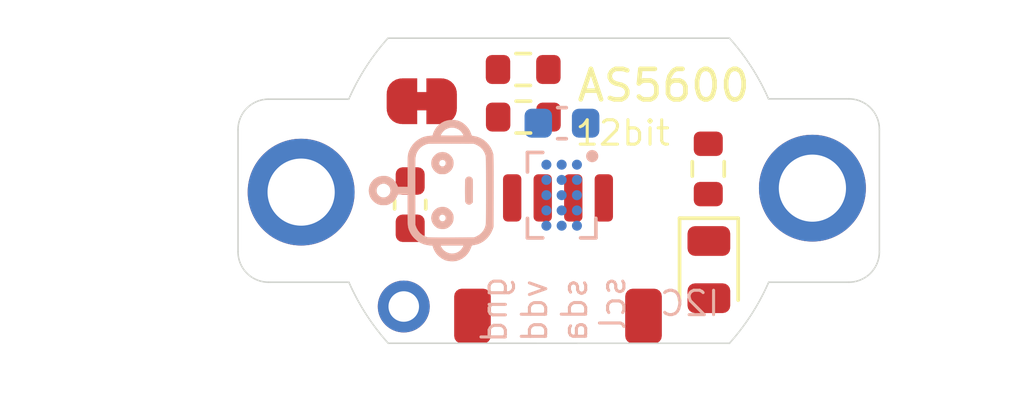
<source format=kicad_pcb>
(kicad_pcb (version 20221018) (generator pcbnew)
  (layers (0 "F.Cu" signal) (31 "B.Cu" signal) (34 "B.Paste" user) (35 "F.Paste" user) (36 "B.SilkS" user "B.Silkscreen") (37 "F.SilkS" user "F.Silkscreen") (38 "B.Mask" user) (39 "F.Mask" user) (44 "Edge.Cuts" user))
  (net 0 "")
  (net 1 "GND")
  (net 2 "/3v3")
  (net 3 "VCC")
  (net 4 "Net-(D1-K)")
  (net 5 "VDD")
  (net 6 "/SDA_A")
  (net 7 "/SCL_A")
  (footprint "Connector_JST:JST_SH_SM04B-SRSS-TB_1x04-1MP_P1.00mm_Horizontal" (layer "F.Cu") (at 117.73 93.61)
    (fp_text reference "J1")
    (fp_text value "JST_SH_SM04B")
    (pad "1" smd roundrect (at -1.5 -2) (size 0.6 1.55) (layers "F.Cu" "F.Paste" "F.Mask") (net 1 "GND"))
    (pad "2" smd roundrect (at -0.5 -2) (size 0.6 1.55) (layers "F.Cu" "F.Paste" "F.Mask") (net 5 "VDD"))
    (pad "3" smd roundrect (at 0.5 -2) (size 0.6 1.55) (layers "F.Cu" "F.Paste" "F.Mask") (net 6 "/SDA_A"))
    (pad "4" smd roundrect (at 1.5 -2) (size 0.6 1.55) (layers "F.Cu" "F.Paste" "F.Mask") (net 7 "/SCL_A"))
    (pad "MP" smd roundrect (at -2.8 1.875) (size 1.2 1.8) (layers "F.Cu" "F.Paste" "F.Mask") (roundrect_rratio 0.208333) (net 1 "GND"))
    (pad "MP" smd roundrect (at 2.8 1.875) (size 1.2 1.8) (layers "F.Cu" "F.Paste" "F.Mask") (roundrect_rratio 0.208333) (net 1 "GND"))
  )
  (footprint "MountingHole:MountingHole_2.2mm_M2_ISO7380_Pad" (layer "F.Cu") (at 126.06 91.29)
    (fp_text reference "H2")
    (fp_text value "MountingHole_Pad")
    (pad "1" thru_hole circle (at 0 0) (size 3.5 3.5) (drill 2.2) (layers "*.Cu" "*.Mask") (net 1 "GND"))
  )
  (footprint "Capacitor_SMD:C_0603_1608Metric" (layer "F.Cu") (at 112.89 91.83 90)
    (fp_text reference "C1")
    (fp_text value "1uF 10V")
    (fp_line (start -0.14058 -0.51) (end 0.14058 -0.51) (stroke (width 0.12)) (layer "F.SilkS"))
    (fp_line (start -0.14058 0.51) (end 0.14058 0.51) (stroke (width 0.12)) (layer "F.SilkS"))
    (pad "1" smd roundrect (at -0.775 0 90) (size 0.9 0.95) (layers "F.Cu" "F.Paste" "F.Mask") (net 1 "GND"))
    (pad "2" smd roundrect (at 0.775 0 90) (size 0.9 0.95) (layers "F.Cu" "F.Paste" "F.Mask") (net 2 "/3v3"))
  )
  (footprint "Connector_PinHeader_2.54mm:PinHeader_1x01_P2.54mm_Vertical" (layer "F.Cu") (at 112.68 95.17)
    (fp_text reference "REF**" hide)
    (fp_text value "PinHeader_1x01_P2.54mm_Vertical")
    (pad "1" thru_hole circle (at 0 0) (size 1.7 1.7) (drill 1) (layers "*.Cu" "*.Mask"))
  )
  (footprint "LED_SMD:LED_0805_2012Metric" (layer "F.Cu") (at 122.67 93.96 -90)
    (fp_text reference "D1")
    (fp_text value "green")
    (fp_line (start -1.685 -0.96) (end -1.685 0.96) (stroke (width 0.12)) (layer "F.SilkS"))
    (fp_line (start -1.685 0.96) (end 1 0.96) (stroke (width 0.12)) (layer "F.SilkS"))
    (fp_line (start 1 -0.96) (end -1.685 -0.96) (stroke (width 0.12)) (layer "F.SilkS"))
    (pad "1" smd roundrect (at -0.9375 0 270) (size 0.975 1.4) (layers "F.Cu" "F.Paste" "F.Mask") (net 4 "Net-(D1-K)"))
    (pad "2" smd roundrect (at 0.9375 0 270) (size 0.975 1.4) (layers "F.Cu" "F.Paste" "F.Mask") (net 3 "VCC"))
  )
  (footprint "Resistor_SMD:R_0603_1608Metric" (layer "F.Cu") (at 122.65 90.66 90)
    (fp_text reference "R3")
    (fp_text value "2k2")
    (fp_line (start -0.237258 -0.5225) (end 0.237258 -0.5225) (stroke (width 0.12)) (layer "F.SilkS"))
    (fp_line (start -0.237258 0.5225) (end 0.237258 0.5225) (stroke (width 0.12)) (layer "F.SilkS"))
    (pad "1" smd roundrect (at -0.825 0 90) (size 0.8 0.95) (layers "F.Cu" "F.Paste" "F.Mask") (net 4 "Net-(D1-K)"))
    (pad "2" smd roundrect (at 0.825 0 90) (size 0.8 0.95) (layers "F.Cu" "F.Paste" "F.Mask") (net 1 "GND"))
  )
  (footprint "Resistor_SMD:R_0603_1608Metric" (layer "F.Cu") (at 116.595 88.96)
    (fp_text reference "R2")
    (fp_text value "2k2")
    (fp_line (start -0.237258 -0.5225) (end 0.237258 -0.5225) (stroke (width 0.12)) (layer "F.SilkS"))
    (fp_line (start -0.237258 0.5225) (end 0.237258 0.5225) (stroke (width 0.12)) (layer "F.SilkS"))
    (pad "1" smd roundrect (at -0.825 0) (size 0.8 0.95) (layers "F.Cu" "F.Paste" "F.Mask") (net 5 "VDD"))
    (pad "2" smd roundrect (at 0.825 0) (size 0.8 0.95) (layers "F.Cu" "F.Paste" "F.Mask") (net 6 "/SDA_A"))
  )
  (footprint "MountingHole:MountingHole_2.2mm_M2_ISO7380_Pad" (layer "F.Cu") (at 109.32 91.42)
    (fp_text reference "H1")
    (fp_text value "MountingHole_Pad")
    (pad "1" thru_hole circle (at 0 0) (size 3.5 3.5) (drill 2.2) (layers "*.Cu" "*.Mask") (net 1 "GND"))
  )
  (footprint "Jumper:SolderJumper-2_P1.3mm_Bridged_RoundedPad1.0x1.5mm" (layer "F.Cu") (at 113.27 88.44)
    (fp_text reference "JP1")
    (fp_text value "SolderJumper_2_Bridged")
    (fp_poly (pts (xy 0.25 -0.3) (xy -0.25 -0.3) (xy -0.25 0.3) (xy 0.25 0.3)) (fill solid) (layer "F.Cu"))
    (pad "1" smd custom (at -0.65 0) (size 1 0.5) (layers "F.Cu" "F.Mask") (net 2 "/3v3") (options (clearance outline) (anchor rect)) (primitives (gr_circle (center 0 0.25) (end 0.5 0.25) (width 0) (fill yes)) (gr_circle (center 0 -0.25) (end 0.5 -0.25) (width 0) (fill yes)) (gr_poly (pts (xy 0.5 0.75) (xy 0 0.75) (xy 0 -0.75) (xy 0.5 -0.75)) (width 0) (fill yes))))
    (pad "2" smd custom (at 0.65 0) (size 1 0.5) (layers "F.Cu" "F.Mask") (net 3 "VCC") (options (clearance outline) (anchor rect)) (primitives (gr_circle (center 0 0.25) (end 0.5 0.25) (width 0) (fill yes)) (gr_circle (center 0 -0.25) (end 0.5 -0.25) (width 0) (fill yes)) (gr_poly (pts (xy 0 0.75) (xy -0.5 0.75) (xy -0.5 -0.75) (xy 0 -0.75)) (width 0) (fill yes))))
  )
  (footprint "Resistor_SMD:R_0603_1608Metric" (layer "F.Cu") (at 116.59 87.4)
    (fp_text reference "R1")
    (fp_text value "2k2")
    (fp_line (start -0.237258 -0.5225) (end 0.237258 -0.5225) (stroke (width 0.12)) (layer "F.SilkS"))
    (fp_line (start -0.237258 0.5225) (end 0.237258 0.5225) (stroke (width 0.12)) (layer "F.SilkS"))
    (pad "1" smd roundrect (at -0.825 0) (size 0.8 0.95) (layers "F.Cu" "F.Paste" "F.Mask") (net 5 "VDD"))
    (pad "2" smd roundrect (at 0.825 0) (size 0.8 0.95) (layers "F.Cu" "F.Paste" "F.Mask") (net 7 "/SCL_A"))
  )
  (footprint "runger:AS5600" (layer "B.Cu") (at 117.85 91.692 180)
    (fp_text reference "U2")
    (fp_text value "AS5600L")
    (fp_line (start -1.12 -1.228) (end -1.12 -0.588) (stroke (width 0.12)) (layer "B.SilkS"))
    (fp_line (start -0.62 -1.228) (end -1.12 -1.228) (stroke (width 0.12)) (layer "B.SilkS"))
    (fp_line (start 0.62 -1.228) (end 1.12 -1.228) (stroke (width 0.12)) (layer "B.SilkS"))
    (fp_line (start 0.62 1.572) (end 1.12 1.572) (stroke (width 0.12)) (layer "B.SilkS"))
    (fp_line (start 1.12 -1.228) (end 1.12 -0.588) (stroke (width 0.12)) (layer "B.SilkS"))
    (fp_line (start 1.12 1.572) (end 1.12 0.932) (stroke (width 0.12)) (layer "B.SilkS"))
    (fp_circle (center -1 1.452) (end -1 1.352) (stroke (width 0.2)) (fill none) (layer "B.SilkS"))
    (pad "A1" smd circle (at -0.5 1.172 180) (size 0.329 0.329) (layers "B.Cu" "B.Paste" "B.Mask") (net 1 "GND"))
    (pad "A2" smd circle (at 0 1.172 180) (size 0.329 0.329) (layers "B.Cu" "B.Paste" "B.Mask") (net 1 "GND"))
    (pad "A3" smd circle (at 0.5 1.172 180) (size 0.329 0.329) (layers "B.Cu" "B.Paste" "B.Mask") (net 3 "VCC"))
    (pad "B1" smd circle (at -0.5 0.672 180) (size 0.329 0.329) (layers "B.Cu" "B.Paste" "B.Mask") (net 7 "/SCL_A"))
    (pad "B2" smd circle (at 0 0.672 180) (size 0.329 0.329) (layers "B.Cu" "B.Paste" "B.Mask"))
    (pad "B3" smd circle (at 0.5 0.672 180) (size 0.329 0.329) (layers "B.Cu" "B.Paste" "B.Mask"))
    (pad "C1" smd circle (at -0.5 0.172 180) (size 0.329 0.329) (layers "B.Cu" "B.Paste" "B.Mask") (net 1 "GND"))
    (pad "C2" smd circle (at 0 0.172 180) (size 0.329 0.329) (layers "B.Cu" "B.Paste" "B.Mask"))
    (pad "C3" smd circle (at 0.5 0.172 180) (size 0.329 0.329) (layers "B.Cu" "B.Paste" "B.Mask") (net 2 "/3v3"))
    (pad "D1" smd circle (at -0.5 -0.328 180) (size 0.329 0.329) (layers "B.Cu" "B.Paste" "B.Mask") (net 6 "/SDA_A"))
    (pad "D2" smd circle (at 0 -0.328 180) (size 0.329 0.329) (layers "B.Cu" "B.Paste" "B.Mask"))
    (pad "D3" smd circle (at 0.5 -0.328 180) (size 0.329 0.329) (layers "B.Cu" "B.Paste" "B.Mask"))
    (pad "E1" smd circle (at -0.5 -0.828 180) (size 0.329 0.329) (layers "B.Cu" "B.Paste" "B.Mask") (net 3 "VCC"))
    (pad "E2" smd circle (at 0 -0.828 180) (size 0.329 0.329) (layers "B.Cu" "B.Paste" "B.Mask") (net 1 "GND"))
    (pad "E3" smd circle (at 0.5 -0.828 180) (size 0.329 0.329) (layers "B.Cu" "B.Paste" "B.Mask") (net 1 "GND"))
  )
  (footprint "runger:Robo_logo2" (layer "B.Cu") (at 113.58 91.37 -90)
    (fp_text reference "L1" hide)
    (fp_text value "Robo_Logo" hide)
    (fp_poly (pts (xy 0.109648 -1.108074) (xy 0.181977 -1.108995) (xy 0.246828 -1.110394) (xy 0.301111 -1.112273) (xy 0.34174 -1.11463) (xy 0.365625 -1.117466) (xy 0.367646 -1.117953) (xy 0.411414 -1.139753) (xy 0.441917 -1.175255) (xy 0.456393 -1.220837) (xy 0.4572 -1.235368) (xy 0.454299 -1.267576) (xy 0.442839 -1.293313) (xy 0.42243 -1.318409) (xy 0.38766 -1.35636) (xy 0.01349 -1.358862) (xy -0.086109 -1.359423) (xy -0.167411 -1.359599) (xy -0.232438 -1.359326) (xy -0.283212 -1.35854) (xy -0.321753 -1.357174) (xy -0.350083 -1.355164) (xy -0.370224 -1.352446) (xy -0.384195 -1.348955) (xy -0.391682 -1.34587) (xy -0.427256 -1.31781) (xy -0.449564 -1.279059) (xy -0.457458 -1.23505) (xy -0.449786 -1.191222) (xy -0.431147 -1.159316) (xy -0.403631 -1.135638) (xy -0.3711 -1.119007) (xy -0.367647 -1.117953) (xy -0.34666 -1.115042) (xy -0.308447 -1.11261) (xy -0.256096 -1.110656) (xy -0.192694 -1.109182) (xy -0.121331 -1.108186) (xy -0.045094 -1.10767) (xy 0.032928 -1.107633) (xy 0.109648 -1.108074)) (stroke (width 0.01)) (fill solid) (layer "B.SilkS"))
    (fp_poly (pts (xy 0.986438 -0.014923) (xy 1.060362 -0.044017) (xy 1.127592 -0.088719) (xy 1.161498 -0.120766) (xy 1.203048 -0.170304) (xy 1.230682 -0.217184) (xy 1.246804 -0.267721) (xy 1.253812 -0.328229) (xy 1.254653 -0.36576) (xy 1.253911 -0.414946) (xy 1.250751 -0.450757) (xy 1.243964 -0.480101) (xy 1.232341 -0.509888) (xy 1.22763 -0.520156) (xy 1.185181 -0.58825) (xy 1.127574 -0.647261) (xy 1.059504 -0.692457) (xy 1.054096 -0.695163) (xy 0.994477 -0.716172) (xy 0.926104 -0.727373) (xy 0.857164 -0.728111) (xy 0.795845 -0.717726) (xy 0.79116 -0.716282) (xy 0.717714 -0.682449) (xy 0.651949 -0.632363) (xy 0.597684 -0.569722) (xy 0.558734 -0.498223) (xy 0.55447 -0.487022) (xy 0.541188 -0.427663) (xy 0.538719 -0.364108) (xy 0.7874 -0.364108) (xy 0.790132 -0.400703) (xy 0.800213 -0.426279) (xy 0.81224 -0.441364) (xy 0.849739 -0.468228) (xy 0.893251 -0.479195) (xy 0.93707 -0.473905) (xy 0.975492 -0.451998) (xy 0.975831 -0.451693) (xy 1.001822 -0.416117) (xy 1.012073 -0.374572) (xy 1.007006 -0.33252) (xy 0.987043 -0.295425) (xy 0.962106 -0.273872) (xy 0.915745 -0.255793) (xy 0.870018 -0.257052) (xy 0.828082 -0.277431) (xy 0.82058 -0.283646) (xy 0.800035 -0.304795) (xy 0.79026 -0.325783) (xy 0.787457 -0.355817) (xy 0.7874 -0.364108) (xy 0.538719 -0.364108) (xy 0.53853 -0.359264) (xy 0.545973 -0.289777) (xy 0.562998 -0.227152) (xy 0.572955 -0.204665) (xy 0.620513 -0.133516) (xy 0.682451 -0.076017) (xy 0.756986 -0.033504) (xy 0.834304 -0.008956) (xy 0.90977 -0.002786) (xy 0.986438 -0.014923)) (stroke (width 0.01)) (fill solid) (layer "B.SilkS"))
    (fp_poly (pts (xy -0.852964 -0.006741) (xy -0.817725 -0.011646) (xy -0.784163 -0.022321) (xy -0.750304 -0.037274) (xy -0.673759 -0.083754) (xy -0.612127 -0.14399) (xy -0.571847 -0.205393) (xy -0.558897 -0.231799) (xy -0.55062 -0.255572) (xy -0.54599 -0.282534) (xy -0.54398 -0.318509) (xy -0.54356 -0.36576) (xy -0.54392 -0.414476) (xy -0.545819 -0.448904) (xy -0.550486 -0.475073) (xy -0.559149 -0.499011) (xy -0.573038 -0.526749) (xy -0.578408 -0.536712) (xy -0.627833 -0.608228) (xy -0.689348 -0.664085) (xy -0.761289 -0.703224) (xy -0.841998 -0.724585) (xy -0.878285 -0.728009) (xy -0.922977 -0.727777) (xy -0.96726 -0.723815) (xy -0.996902 -0.718102) (xy -1.071873 -0.6867) (xy -1.138466 -0.638469) (xy -1.193765 -0.576147) (xy -1.234861 -0.502475) (xy -1.240146 -0.489229) (xy -1.254921 -0.428174) (xy -1.257529 -0.379922) (xy -1.011775 -0.379922) (xy -1.000461 -0.419396) (xy -0.976344 -0.450614) (xy -0.942976 -0.471496) (xy -0.903905 -0.479966) (xy -0.862681 -0.473947) (xy -0.822855 -0.45136) (xy -0.816409 -0.445657) (xy -0.792327 -0.410916) (xy -0.784475 -0.37133) (xy -0.79105 -0.331419) (xy -0.810248 -0.295701) (xy -0.840265 -0.268694) (xy -0.879298 -0.254916) (xy -0.892911 -0.254037) (xy -0.940383 -0.262888) (xy -0.978565 -0.287515) (xy -1.003588 -0.325192) (xy -1.006738 -0.334267) (xy -1.011775 -0.379922) (xy -1.257529 -0.379922) (xy -1.258686 -0.358539) (xy -1.251704 -0.288652) (xy -1.234236 -0.226841) (xy -1.231721 -0.220972) (xy -1.197754 -0.164248) (xy -1.14968 -0.109757) (xy -1.093386 -0.063333) (xy -1.04366 -0.034658) (xy -1.004496 -0.018692) (xy -0.969085 -0.009806) (xy -0.928075 -0.006124) (xy -0.89916 -0.005634) (xy -0.852964 -0.006741)) (stroke (width 0.01)) (fill solid) (layer "B.SilkS"))
    (fp_poly (pts (xy 0.097813 2.033273) (xy 0.186492 2.006246) (xy 0.268214 1.96053) (xy 0.34422 1.895576) (xy 0.353277 1.886187) (xy 0.40812 1.817965) (xy 0.44613 1.745631) (xy 0.4685 1.665749) (xy 0.476428 1.574883) (xy 0.475802 1.534168) (xy 0.473144 1.485324) (xy 0.468585 1.449197) (xy 0.460295 1.418185) (xy 0.446443 1.384687) (xy 0.433155 1.3571) (xy 0.38195 1.273063) (xy 0.318455 1.204615) (xy 0.240771 1.149882) (xy 0.203514 1.13056) (xy 0.122471 1.0922) (xy 0.122195 0.93218) (xy 0.12192 0.77216) (xy 0.61722 0.771984) (xy 0.739095 0.77186) (xy 0.842638 0.771477) (xy 0.929835 0.770681) (xy 1.002672 0.769317) (xy 1.063137 0.767231) (xy 1.113215 0.764267) (xy 1.154894 0.760272) (xy 1.19016 0.755089) (xy 1.221001 0.748566) (xy 1.249402 0.740546) (xy 1.277351 0.730876) (xy 1.306834 0.719399) (xy 1.310281 0.71801) (xy 1.397129 0.677159) (xy 1.47441 0.627391) (xy 1.549244 0.563975) (xy 1.565153 0.54864) (xy 1.64756 0.454337) (xy 1.711593 0.351364) (xy 1.751969 0.255855) (xy 1.769983 0.192551) (xy 1.784764 0.121009) (xy 1.794734 0.05026) (xy 1.79832 -0.009764) (xy 1.799879 -0.035382) (xy 1.808524 -0.047841) (xy 1.830203 -0.05427) (xy 1.83642 -0.055422) (xy 1.883138 -0.069054) (xy 1.938766 -0.093237) (xy 1.997289 -0.12473) (xy 2.052698 -0.160289) (xy 2.098981 -0.196672) (xy 2.100044 -0.197632) (xy 2.166196 -0.267786) (xy 2.224251 -0.349103) (xy 2.269513 -0.43461) (xy 2.283777 -0.47065) (xy 2.302854 -0.544344) (xy 2.313502 -0.62867) (xy 2.315313 -0.715594) (xy 2.307882 -0.797078) (xy 2.301839 -0.82804) (xy 2.267383 -0.931737) (xy 2.21538 -1.028275) (xy 2.148023 -1.115306) (xy 2.067506 -1.190481) (xy 1.976023 -1.251453) (xy 1.875768 -1.295873) (xy 1.859849 -1.301043) (xy 1.828188 -1.312774) (xy 1.805002 -1.324939) (xy 1.797128 -1.332267) (xy 1.792292 -1.348767) (xy 1.786004 -1.37906) (xy 1.779571 -1.416808) (xy 1.779154 -1.419531) (xy 1.752587 -1.528373) (xy 1.707662 -1.632248) (xy 1.646122 -1.729159) (xy 1.569712 -1.817109) (xy 1.480174 -1.8941) (xy 1.379254 -1.958136) (xy 1.268694 -2.007217) (xy 1.26492 -2.008553) (xy 1.18364 -2.03708) (xy 0.0254 -2.038938) (xy -0.160295 -2.039194) (xy -0.326694 -2.039328) (xy -0.474822 -2.03933) (xy -0.605704 -2.039191) (xy -0.720364 -2.0389) (xy -0.819827 -2.038449) (xy -0.905117 -2.037826) (xy -0.977259 -2.037023) (xy -1.037276 -2.036031) (xy -1.086194 -2.034838) (xy -1.125037 -2.033435) (xy -1.15483 -2.031814) (xy -1.176596 -2.029963) (xy -1.191361 -2.027873) (xy -1.1938 -2.027374) (xy -1.304486 -1.993291) (xy -1.408518 -1.942326) (xy -1.503918 -1.876537) (xy -1.588705 -1.797979) (xy -1.660899 -1.708708) (xy -1.718521 -1.610779) (xy -1.75959 -1.50625) (xy -1.779155 -1.419531) (xy -1.78555 -1.381502) (xy -1.79189 -1.35049) (xy -1.796869 -1.332833) (xy -1.797129 -1.332267) (xy -1.810012 -1.321823) (xy -1.836099 -1.309459) (xy -1.85985 -1.301043) (xy -1.949042 -1.26608) (xy -2.030205 -1.217852) (xy -2.108185 -1.153335) (xy -2.128746 -1.13331) (xy -2.202097 -1.048655) (xy -2.25641 -0.959996) (xy -2.292558 -0.865054) (xy -2.311415 -0.76155) (xy -2.313737 -0.661106) (xy -2.069701 -0.661106) (xy -2.064993 -0.741119) (xy -2.064803 -0.742151) (xy -2.039303 -0.831107) (xy -1.998459 -0.908416) (xy -1.952029 -0.963925) (xy -1.920202 -0.991581) (xy -1.88405 -1.017948) (xy -1.848823 -1.039695) (xy -1.819771 -1.05349) (xy -1.80594 -1.056631) (xy -1.804215 -1.046846) (xy -1.802626 -1.018977) (xy -1.801219 -0.975261) (xy -1.80004 -0.917932) (xy -1.799134 -0.849229) (xy -1.798546 -0.771386) (xy -1.798321 -0.68664) (xy -1.79832 -0.68072) (xy -1.798462 -0.595587) (xy -1.798863 -0.517207) (xy -1.799493 -0.447814) (xy -1.80032 -0.389645) (xy -1.800338 -0.388824) (xy -1.54274 -0.388824) (xy -1.542529 -0.535018) (xy -1.542104 -0.666108) (xy -1.53924 -1.397) (xy -1.515308 -1.456336) (xy -1.467107 -1.550437) (xy -1.404381 -1.631517) (xy -1.328757 -1.698202) (xy -1.241861 -1.749117) (xy -1.14532 -1.782889) (xy -1.12268 -1.787936) (xy -1.10573 -1.789301) (xy -1.070106 -1.790558) (xy -1.017456 -1.791708) (xy -0.949427 -1.792749) (xy -0.867665 -1.793681) (xy -0.773818 -1.794502) (xy -0.669531 -1.795214) (xy -0.556453 -1.795814) (xy -0.436228 -1.796302) (xy -0.310505 -1.796677) (xy -0.180931 -1.79694) (xy -0.049151 -1.797088) (xy 0.083187 -1.797122) (xy 0.214437 -1.797041) (xy 0.342951 -1.796844) (xy 0.467084 -1.79653) (xy 0.585187 -1.796099) (xy 0.695615 -1.79555) (xy 0.796721 -1.794883) (xy 0.886857 -1.794096) (xy 0.964377 -1.793189) (xy 1.027635 -1.792162) (xy 1.074983 -1.791014) (xy 1.104775 -1.789744) (xy 1.114014 -1.788839) (xy 1.21477 -1.759864) (xy 1.305507 -1.713636) (xy 1.384854 -1.651291) (xy 1.451441 -1.573965) (xy 1.503899 -1.482793) (xy 1.515307 -1.456336) (xy 1.53924 -1.397) (xy 1.542068 -0.674918) (xy 1.79832 -0.674918) (xy 1.79832 -1.058009) (xy 1.82118 -1.051365) (xy 1.841503 -1.042282) (xy 1.871333 -1.025356) (xy 1.898977 -1.007702) (xy 1.964323 -0.952274) (xy 2.014104 -0.88628) (xy 2.048092 -0.812482) (xy 2.06606 -0.733646) (xy 2.06778 -0.652533) (xy 2.053025 -0.571909) (xy 2.021565 -0.494536) (xy 1.973174 -0.423177) (xy 1.949301 -0.397211) (xy 1.923071 -0.374374) (xy 1.890114 -0.35027) (xy 1.855868 -0.328353) (xy 1.82577 -0.312075) (xy 1.80526 -0.304887) (xy 1.803737 -0.3048) (xy 1.802511 -0.314587) (xy 1.801383 -0.34246) (xy 1.800383 -0.386185) (xy 1.799545 -0.443528) (xy 1.7989 -0.512253) (xy 1.798481 -0.590128) (xy 1.79832 -0.674918) (xy 1.542068 -0.674918) (xy 1.542103 -0.666108) (xy 1.542599 -0.497897) (xy 1.54269 -0.349966) (xy 1.542376 -0.22228) (xy 1.541655 -0.114804) (xy 1.540528 -0.027501) (xy 1.538994 0.039662) (xy 1.537053 0.086723) (xy 1.534705 0.113716) (xy 1.534153 0.116872) (xy 1.505381 0.206853) (xy 1.458852 0.290619) (xy 1.396771 0.365731) (xy 1.321347 0.429749) (xy 1.234787 0.480235) (xy 1.187567 0.499805) (xy 1.12268 0.52324) (xy 0.06096 0.52619) (xy -0.121935 0.526594) (xy -0.291295 0.526757) (xy -0.446409 0.526683) (xy -0.586564 0.526377) (xy -0.71105 0.525842) (xy -0.819155 0.525084) (xy -0.910166 0.524108) (xy -0.983372 0.522917) (xy -1.038061 0.521516) (xy -1.073521 0.519909) (xy -1.084301 0.518973) (xy -1.179842 0.499897) (xy -1.264409 0.466246) (xy -1.342058 0.415999) (xy -1.405094 0.359298) (xy -1.448956 0.305335) (xy -1.488414 0.239423) (xy -1.518989 0.169931) (xy -1.533737 0.11888) (xy -1.536183 0.098098) (xy -1.538233 0.060901) (xy -1.539893 0.006788) (xy -1.541168 -0.06474) (xy -1.542064 -0.154185) (xy -1.542586 -0.262046) (xy -1.54274 -0.388824) (xy -1.800338 -0.388824) (xy -1.80131 -0.344937) (xy -1.802432 -0.315925) (xy -1.803653 -0.304846) (xy -1.803738 -0.3048) (xy -1.815097 -0.30903) (xy -1.838533 -0.319909) (xy -1.858339 -0.329722) (xy -1.925864 -0.37472) (xy -1.982583 -0.433994) (xy -2.026675 -0.503907) (xy -2.056322 -0.580823) (xy -2.069701 -0.661106) (xy -2.313737 -0.661106) (xy -2.313989 -0.65024) (xy -2.300325 -0.536454) (xy -2.269047 -0.432407) (xy -2.219626 -0.336961) (xy -2.151529 -0.248981) (xy -2.104251 -0.201827) (xy -2.055759 -0.162847) (xy -1.998681 -0.125465) (xy -1.938894 -0.092906) (xy -1.882278 -0.068396) (xy -1.837853 -0.055691) (xy -1.801186 -0.049076) (xy -1.794474 0.038236) (xy -1.781416 0.144723) (xy -1.758995 0.238269) (xy -1.727587 0.320816) (xy -1.668331 0.427322) (xy -1.592792 0.523024) (xy -1.502942 0.606046) (xy -1.400753 0.674511) (xy -1.310282 0.71801) (xy -1.280506 0.729696) (xy -1.252485 0.739559) (xy -1.224232 0.747754) (xy -1.19376 0.754436) (xy -1.159082 0.759759) (xy -1.118211 0.763878) (xy -1.069161 0.766948) (xy -1.009945 0.769124) (xy -0.938576 0.77056) (xy -0.853068 0.771412) (xy -0.751434 0.771833) (xy -0.631687 0.771978) (xy -0.61722 0.771984) (xy -0.12192 0.77216) (xy -0.122472 1.0922) (xy -0.203515 1.13056) (xy -0.287715 1.1801) (xy -0.356929 1.242569) (xy -0.413057 1.31984) (xy -0.433156 1.3571) (xy -0.451754 1.39651) (xy -0.463563 1.428344) (xy -0.470417 1.460207) (xy -0.474144 1.499698) (xy -0.475803 1.534168) (xy -0.47547 1.54385) (xy -0.232207 1.54385) (xy -0.226704 1.511201) (xy -0.212015 1.473437) (xy -0.210775 1.470716) (xy -0.173627 1.411857) (xy -0.1245 1.368254) (xy -0.06612 1.341137) (xy -0.001214 1.331737) (xy 0.067493 1.341287) (xy 0.072558 1.342752) (xy 0.124102 1.367849) (xy 0.170263 1.408459) (xy 0.20593 1.459777) (xy 0.213119 1.474894) (xy 0.230063 1.538334) (xy 0.228163 1.602024) (xy 0.20856 1.662537) (xy 0.172395 1.716447) (xy 0.120809 1.760327) (xy 0.117368 1.762492) (xy 0.085246 1.780217) (xy 0.056158 1.789549) (xy 0.020627 1.792969) (xy 0 1.79324) (xy -0.041527 1.791671) (xy -0.072343 1.785309) (xy -0.101926 1.77167) (xy -0.117369 1.762492) (xy -0.170455 1.718251) (xy -0.208183 1.661915) (xy -0.228624 1.596556) (xy -0.230486 1.5825) (xy -0.232207 1.54385) (xy -0.47547 1.54385) (xy -0.472336 1.634808) (xy -0.452825 1.724048) (xy -0.416505 1.803885) (xy -0.362609 1.876319) (xy -0.332953 1.906526) (xy -0.257649 1.967521) (xy -0.179661 2.009557) (xy -0.095663 2.033983) (xy -0.002332 2.042152) (xy 0.000938 2.042161) (xy 0.097813 2.033273)) (stroke (width 0.01)) (fill solid) (layer "B.SilkS"))
  )
  (footprint "Capacitor_SMD:C_0603_1608Metric" (layer "B.Cu") (at 117.86 89.16 180)
    (fp_text reference "C2")
    (fp_text value "100nF 10V")
    (fp_line (start -0.14058 -0.51) (end 0.14058 -0.51) (stroke (width 0.12)) (layer "B.SilkS"))
    (fp_line (start -0.14058 0.51) (end 0.14058 0.51) (stroke (width 0.12)) (layer "B.SilkS"))
    (pad "1" smd roundrect (at -0.775 0 180) (size 0.9 0.95) (layers "B.Cu" "B.Paste" "B.Mask") (net 1 "GND"))
    (pad "2" smd roundrect (at 0.775 0 180) (size 0.9 0.95) (layers "B.Cu" "B.Paste" "B.Mask") (net 3 "VCC"))
  )
  (gr_line (start 112.171876 96.373806) (end 123.342893 96.375528) (stroke (width 0.05)) (layer "Edge.Cuts"))
  (gr_arc (start 124.628645 94.372638) (mid 124.065708 95.425399) (end 123.342892 96.375527) (stroke (width 0.05)) (layer "Edge.Cuts"))
  (gr_line (start 108.252893 94.372942) (end 110.882893 94.372893) (stroke (width 0.05)) (layer "Edge.Cuts"))
  (gr_arc (start 127.252893 88.362893) (mid 127.96 88.655786) (end 128.252893 89.362893) (stroke (width 0.05)) (layer "Edge.Cuts"))
  (gr_line (start 112.162894 86.372894) (end 123.343336 86.372498) (stroke (width 0.05)) (layer "Edge.Cuts"))
  (gr_line (start 108.252893 88.372893) (end 110.879184 88.372858) (stroke (width 0.05)) (layer "Edge.Cuts"))
  (gr_arc (start 128.252893 93.372893) (mid 127.96 94.08) (end 127.252893 94.372893) (stroke (width 0.05)) (layer "Edge.Cuts"))
  (gr_arc (start 108.252893 94.372942) (mid 107.545752 94.080034) (end 107.252844 93.372893) (stroke (width 0.05)) (layer "Edge.Cuts"))
  (gr_arc (start 110.879184 88.372858) (mid 111.441319 87.321706) (end 112.162894 86.372894) (stroke (width 0.05)) (layer "Edge.Cuts"))
  (gr_line (start 128.252893 93.372893) (end 128.252893 89.362893) (stroke (width 0.05)) (layer "Edge.Cuts"))
  (gr_line (start 127.252893 88.362893) (end 124.622893 88.362893) (stroke (width 0.05)) (layer "Edge.Cuts"))
  (gr_arc (start 107.252893 89.372893) (mid 107.545786 88.665786) (end 108.252893 88.372893) (stroke (width 0.05)) (layer "Edge.Cuts"))
  (gr_line (start 107.252893 89.372893) (end 107.252844 93.372893) (stroke (width 0.05)) (layer "Edge.Cuts"))
  (gr_line (start 124.628645 94.372638) (end 127.252893 94.372893) (stroke (width 0.05)) (layer "Edge.Cuts"))
  (gr_arc (start 112.171876 96.373806) (mid 111.447509 95.424805) (end 110.882893 94.372893) (stroke (width 0.05)) (layer "Edge.Cuts"))
  (gr_arc (start 123.343336 86.372498) (mid 124.062099 87.316919) (end 124.622893 88.362893) (stroke (width 0.05)) (layer "Edge.Cuts"))
  (gr_text "scl" (at 119.99 94.12 90) (layer "B.SilkS") (effects (font (size 0.8 0.8) (thickness 0.1)) (justify left bottom mirror)))
  (gr_text "sda" (at 118.74 94.175 90) (layer "B.SilkS") (effects (font (size 0.8 0.8) (thickness 0.1)) (justify left bottom mirror)))
  (gr_text "gnd" (at 116.11 94.12 90) (layer "B.SilkS") (effects (font (size 0.8 0.8) (thickness 0.1)) (justify left bottom mirror)))
  (gr_text "vdd" (at 117.43 94.215 90) (layer "B.SilkS") (effects (font (size 0.8 0.8) (thickness 0.1)) (justify left bottom mirror)))
  (gr_text "I2C" (at 123.08 95.54) (layer "B.SilkS") (effects (font (size 0.8 0.8) (thickness 0.1)) (justify left bottom mirror)))
  (gr_text "12bit" (at 118.24 89.95) (layer "F.SilkS") (effects (font (size 0.8 0.8) (thickness 0.1)) (justify left bottom)))
  (gr_text "AS5600" (at 118.28 88.51) (layer "F.SilkS") (effects (font (size 1 1)) (justify left bottom)))
)
</source>
